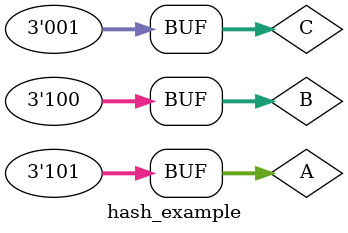
<source format=v>
module hash_example();

    reg [2:0] A = 3'b101,
              B = 3'b111,
              C = 3'b001;

    initial begin
        $monitor("[%0t] A=%b, B=%b, C=%b", $time, A, B, C);
    end
        

    initial begin
        #5 A = B-C;
    end

    initial begin
        #3 B = 3'b100;
    end


endmodule
</source>
